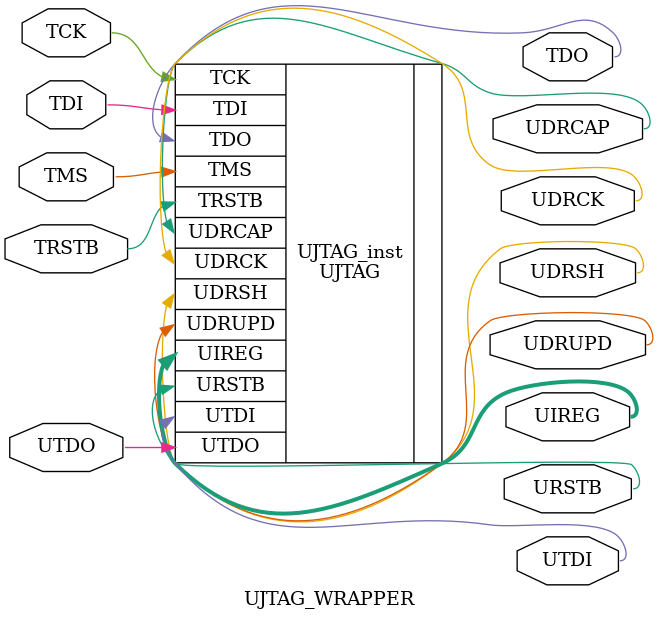
<source format=v>
/******************************************************************************
   Copyright (c) 2015-2017, 2019 Synopsys, Inc.
   This model and the associated documentation are proprietary to Synopsys, Inc. 
   This model may only be used in accordance with the terms and conditions of a 
   written license agreement with Synopsys, Inc. All other use, reproduction,
   or distribution of this model is strictly prohibited.
*******************************************************************************
   Title      : Wrapper for the UJTAG module in Microsemi FPGA devices
   Project    : Identify
*******************************************************************************
   Description: Drop-in replacement for Microsemi's UJTAG module, to provide
                UJTAG access to the user's design even if it is instrumented
                using Identify.
*******************************************************************************
   Usage:       - Instantiate UJTAG_WRAPPER instead of UJTAG in your user design
                  (irrespective of whether you are going to instrument the 
                  design or not).
                  NOTES: - Two UJTAG OPCODEs are reserved for usage by Identify:
                           UIREG[5:1] = 5'b00001 and 
                           UIREG[5:1] = 5'b00010.
                         - Furthermore, UIREG[6] is used by Identify as 'enable'
                           signal.
                - Add this ujtag_wrapper.v file to the list of HDL source files
                  in your Synplify Pro project.
                - If you do want to debug the design using Identify, then
                  you have to `define IDENTIFY_DEBUG_IMPL.
                  You can also do this directly in Synplify Pro:
                  set_option -hdl_define -set IDENTIFY_DEBUG_IMPL
*******************************************************************************
   File       : ujtag_wrapper.v
   Author     : jalb
   Created    : 2015/03/13
   Last update: 2019/02/20
*******************************************************************************
           $Id: ujtag_wrapper.v,v 1.1 2017/09/20 07:38:42 jalb Exp jalb $

******************************************************************************/

module UJTAG_WRAPPER (
					  // Inputs
					  UTDO,
					  TDI,
					  TMS,
					  TCK,
					  TRSTB,
					  // Outputs
					  UDRCAP,
					  UDRSH,
					  UDRUPD,
					  UIREG,
					  URSTB,
					  UDRCK,
					  UTDI,
					  TDO
					  );
  
  input UTDO;
  input TDI;
  input TMS;
  input TCK;
  input TRSTB;
  output UDRCAP;
  output UDRSH;
  output UDRUPD;
  output [7:0] UIREG;
  output       URSTB;
  output 	   UDRCK;
  output       UTDI;
  output       TDO;

`ifndef IDENTIFY_DEBUG_IMPL

  //------ The original UJTAG module
  UJTAG UJTAG_inst(
				// Inputs
				.UTDO   ( UTDO ),
				.TDI    ( TDI ),
				.TMS    ( TMS ),
				.TCK    ( TCK ),
				.TRSTB  ( TRSTB ),
				// Outputs
				.UDRCAP ( UDRCAP ),
				.UDRSH  ( UDRSH ),
				.UDRUPD ( UDRUPD ),
				.UIREG  ( UIREG ),
				.URSTB  ( URSTB ),
				.UDRCK  ( UDRCK ),
				.UTDI   ( UTDI ),
				.TDO    ( TDO )
        );

`else

  wire 	 utdo_wire /* synthesis syn_keep=1 */ ;
  wire   tdi_wire /* synthesis syn_keep=1 */ ;
  wire   tms_wire /* synthesis syn_keep=1 */ ;
  wire   tck_wire /* synthesis syn_keep=1 */ ;
  wire   trstb_wire /* synthesis syn_keep=1 */ ;
  
  assign utdo_wire 	= UTDO ;
  assign tdi_wire 	= TDI;
  assign tms_wire 	= TMS;
  assign tck_wire 	= TCK;
  assign trstb_wire = TRSTB;
  
  // Hyper-connects to connect to the hyper-sources in the JTAG interface of the Identify IP core
  syn_hyper_connect_internal hyperc_ujtag_wrapper_uireg(UIREG) /* synthesis tag="ujtag_wrapper_uireg" .hyper_connect_after_level=60 */;
  defparam hyperc_ujtag_wrapper_uireg.w = 8;

  syn_hyper_connect_internal hyperc_ujtag_wrapper_urstb(URSTB) /* synthesis tag="ujtag_wrapper_urstb" .hyper_connect_after_level=60 */;
  defparam hyperc_ujtag_wrapper_urstb.w = 1;

  syn_hyper_connect_internal hyperc_ujtag_wrapper_udrupd(UDRUPD) /* synthesis tag="ujtag_wrapper_udrupd" .hyper_connect_after_level=60 */;
  defparam hyperc_ujtag_wrapper_udrupd.w = 1;

  syn_hyper_connect_internal hyperc_ujtag_wrapper_udrck(UDRCK) /* synthesis tag="ujtag_wrapper_udrck" .hyper_connect_after_level=60 */;
  defparam hyperc_ujtag_wrapper_udrck.w = 1;

  syn_hyper_connect_internal hyperc_ujtag_wrapper_udrcap(UDRCAP) /* synthesis tag="ujtag_wrapper_udrcap" .hyper_connect_after_level=60 */;
  defparam hyperc_ujtag_wrapper_udrcap.w = 1;

  syn_hyper_connect_internal hyperc_ujtag_wrapper_udrsh(UDRSH) /* synthesis tag="ujtag_wrapper_udrsh" .hyper_connect_after_level=60 */;
  defparam hyperc_ujtag_wrapper_udrsh.w = 1;

  syn_hyper_connect_internal hyperc_ujtag_wrapper_utdi(UTDI) /* synthesis tag="ujtag_wrapper_utdi" .hyper_connect_after_level=60 */;
  defparam hyperc_ujtag_wrapper_utdi.w = 1;

  syn_hyper_source_internal hypers_ujtag_wrapper_utdo(utdo_wire) /* synthesis tag="ujtag_wrapper_utdo" .hyper_delete_level=100 */;
  defparam hypers_ujtag_wrapper_utdo.w 	  = 1;

  // ... and ditto for the FPGA-level JTAG ports:
  syn_hyper_source_internal hypers_ujtag_wrapper_tdi(tdi_wire) /* synthesis tag="ujtag_wrapper_tdi" .hyper_delete_level=100 */;
  defparam hypers_ujtag_wrapper_tdi.w 	 = 1;

  syn_hyper_source_internal hypers_ujtag_wrapper_tms(tms_wire) /* synthesis tag="ujtag_wrapper_tms" .hyper_delete_level=100 */;
  defparam hypers_ujtag_wrapper_tms.w 	  = 1;
  
  syn_hyper_source_internal hypers_ujtag_wrapper_tck(tck_wire) /* synthesis tag="ujtag_wrapper_tck" .hyper_delete_level=100 */;
  defparam hypers_ujtag_wrapper_tck.w 	  = 1;

  syn_hyper_source_internal hypers_ujtag_wrapper_trstb(trstb_wire) /* synthesis tag="ujtag_wrapper_trstb" .hyper_delete_level=100 */;
  defparam hypers_ujtag_wrapper_trstb.w 	  = 1;

  syn_hyper_connect_internal hyperc_ujtag_wrapper_tdo(TDO) /* synthesis tag="ujtag_wrapper_tdo" .hyper_connect_after_level=60 */;
  defparam hyperc_ujtag_wrapper_tdo.w = 1;
  
`endif
  
endmodule // UJTAG_WRAPPER

</source>
